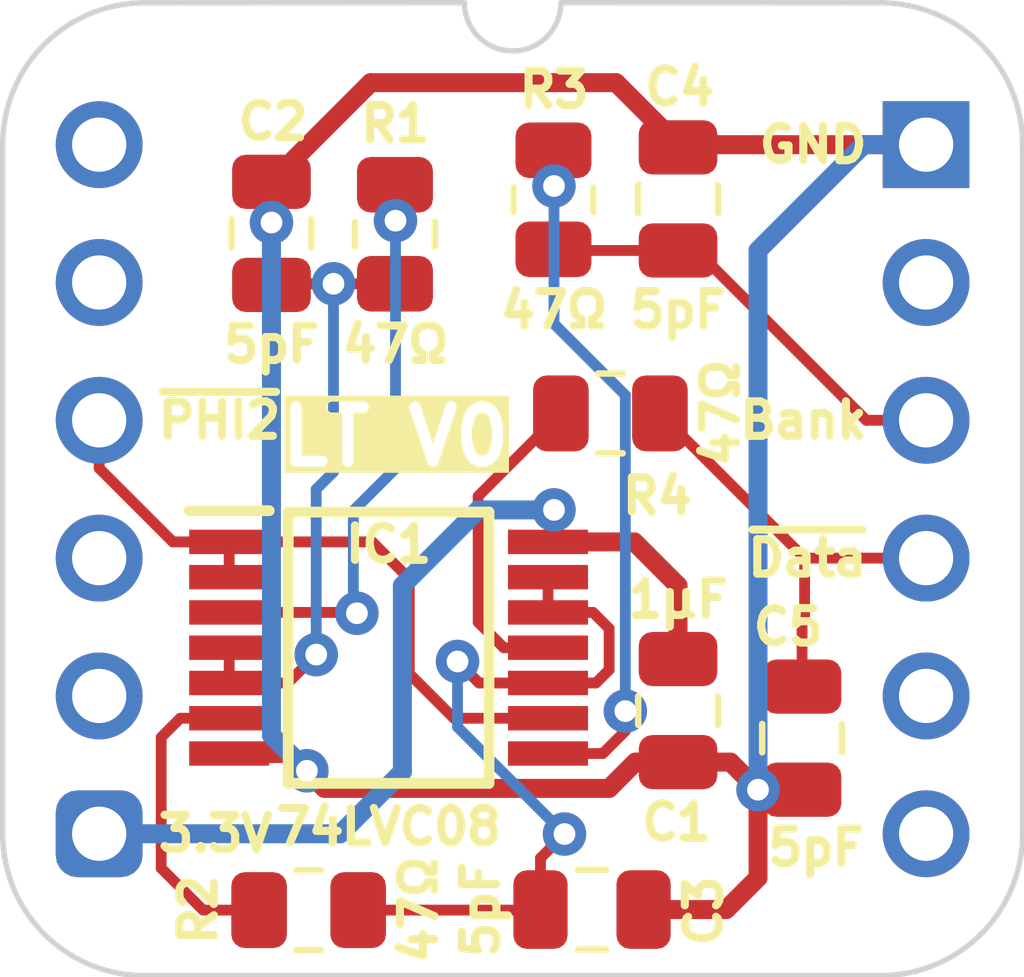
<source format=kicad_pcb>
(kicad_pcb (version 20241229) (generator "pcbnew") (generator_version "9.0")
  (title_block (title "MPU Timer") (date "2024-02-22") (rev "V1"))
  (layers (0 "F.Cu" signal) (2 "B.Cu" signal) (13 "F.Paste" user) (15 "B.Paste" user) (5 "F.SilkS" user "F.Silkscreen") (7 "B.SilkS" user "B.Silkscreen") (1 "F.Mask" user) (3 "B.Mask" user) (25 "Edge.Cuts" user))
  (net 0 "")
  (net 1 "GND")
  (net 2 "3.3V")
  (net 3 "/~{PHI2}_{2}")
  (net 4 "/~{PHI2}_{3}")
  (net 5 "Bank Latch")
  (net 6 "~{Data Output}")
  (net 7 "Net-(IC1-3Y)")
  (net 8 "~{PHI2}")
  (net 9 "Net-(IC1-4Y)")
  (net 10 "Net-(IC1-2Y)")
  (net 11 "Net-(IC1-1Y)")
  (footprint "SamacSys_Parts:R_0805" (layer "F.Cu") (at 9.4215 4.943 90)
    (property "Reference" "R4" (at -1.534 0.8655 180) (layer "F.SilkS") (effects (font (size 0.635 0.635))))
    (property "Value" "47Ω" (at 0 2.032 90) (layer "F.SilkS") (effects (font (size 0.635 0.635))))
    (fp_line (start 0.725 0.227064) (end 0.725 -0.227064) (stroke (width 0.12)) (layer "F.SilkS"))
    (fp_line (start -0.745 0.227064) (end -0.745 -0.227064) (stroke (width 0.12)) (layer "F.SilkS"))
    (pad "1" smd roundrect (at -0.01 0.9125 180) (size 1.025 1.4) (layers "F.Cu" "F.Mask" "F.Paste") (roundrect_rratio 0.243902) (net 6 "~{Data Output}"))
    (pad "2" smd roundrect (at -0.01 -0.9125 180) (size 1.025 1.4) (layers "F.Cu" "F.Mask" "F.Paste") (roundrect_rratio 0.243902) (net 9 "Net-(IC1-4Y)"))
  )
  (footprint "SamacSys_Parts:C_0805" (layer "F.Cu") (at 3.175 1.651)
    (property "Reference" "C2" (at 0.026999 -2.075 0) (layer "F.SilkS") (effects (font (size 0.635 0.635))))
    (property "Value" "5pF" (at 0 2.032 0) (layer "F.SilkS") (effects (font (size 0.635 0.635))))
    (fp_line (start -0.735 0.245252) (end -0.735 -0.277252) (stroke (width 0.12)) (layer "F.SilkS"))
    (fp_line (start 0.735 0.245252) (end 0.735 -0.277252) (stroke (width 0.12)) (layer "F.SilkS"))
    (pad "1" smd roundrect (at 0 0.934 90) (size 1 1.45) (layers "F.Cu" "F.Mask" "F.Paste") (net 3 "/~{PHI2}_{2}"))
    (pad "2" smd roundrect (at 0 -0.966 90) (size 1 1.45) (layers "F.Cu" "F.Mask" "F.Paste") (net 1 "GND"))
  )
  (footprint "SamacSys_Parts:C_0805" (layer "F.Cu") (at 12.954 10.922 180)
    (property "Reference" "C5" (at 0.254 2.032 0) (layer "F.SilkS") (effects (font (size 0.635 0.635))))
    (property "Value" "5pF" (at -0.254 -2.032 0) (layer "F.SilkS") (effects (font (size 0.635 0.635))))
    (fp_line (start 0.735 0.245252) (end 0.735 -0.277252) (stroke (width 0.12)) (layer "F.SilkS"))
    (fp_line (start -0.735 0.245252) (end -0.735 -0.277252) (stroke (width 0.12)) (layer "F.SilkS"))
    (pad "1" smd roundrect (at 0 0.934 270) (size 1 1.45) (layers "F.Cu" "F.Mask" "F.Paste") (net 6 "~{Data Output}"))
    (pad "2" smd roundrect (at 0 -0.966 270) (size 1 1.45) (layers "F.Cu" "F.Mask" "F.Paste") (net 1 "GND"))
  )
  (footprint "SamacSys_Parts:R_0805" (layer "F.Cu") (at 3.86 14.097 90)
    (property "Reference" "R2" (at 0 -2.032 90) (layer "F.SilkS") (effects (font (size 0.635 0.635))))
    (property "Value" "47Ω" (at 0 2.032 90) (layer "F.SilkS") (effects (font (size 0.635 0.635))))
    (fp_line (start 0.725 0.227064) (end 0.725 -0.227064) (stroke (width 0.12)) (layer "F.SilkS"))
    (fp_line (start -0.745 0.227064) (end -0.745 -0.227064) (stroke (width 0.12)) (layer "F.SilkS"))
    (pad "1" smd roundrect (at -0.01 0.9125 180) (size 1.025 1.4) (layers "F.Cu" "F.Mask" "F.Paste") (roundrect_rratio 0.243902) (net 4 "/~{PHI2}_{3}"))
    (pad "2" smd roundrect (at -0.01 -0.9125 180) (size 1.025 1.4) (layers "F.Cu" "F.Mask" "F.Paste") (roundrect_rratio 0.243902) (net 10 "Net-(IC1-2Y)"))
  )
  (footprint "SamacSys_Parts:SOP65P640X110-14N" (layer "F.Cu") (at 5.334 9.271)
    (property "Reference" "IC1" (at 0 -1.905 0) (layer "F.SilkS") (effects (font (size 0.635 0.635))))
    (property "Value" "74LVC08APW,112" (hide yes))
    (fp_line (start -3.675 -2.525) (end -2.2 -2.525) (stroke (width 0.2)) (layer "F.SilkS"))
    (fp_line (start -1.85 -2.5) (end 1.85 -2.5) (stroke (width 0.2)) (layer "F.SilkS"))
    (fp_line (start -1.85 2.5) (end -1.85 -2.5) (stroke (width 0.2)) (layer "F.SilkS"))
    (fp_line (start 1.85 -2.5) (end 1.85 2.5) (stroke (width 0.2)) (layer "F.SilkS"))
    (fp_line (start 1.85 2.5) (end -1.85 2.5) (stroke (width 0.2)) (layer "F.SilkS"))
    (fp_text user "${Silkscreen}" (at 0 3.302 0) (layer "F.SilkS") (effects (font (size 0.635 0.635))))
    (pad "1" smd rect (at -2.938 -1.95 90) (size 0.45 1.475) (layers "F.Cu" "F.Mask" "F.Paste") (net 8 "~{PHI2}"))
    (pad "2" smd rect (at -2.938 -1.3 90) (size 0.45 1.475) (layers "F.Cu" "F.Mask" "F.Paste") (net 8 "~{PHI2}"))
    (pad "3" smd rect (at -2.938 -0.65 90) (size 0.45 1.475) (layers "F.Cu" "F.Mask" "F.Paste") (net 11 "Net-(IC1-1Y)"))
    (pad "4" smd rect (at -2.938 0 90) (size 0.45 1.475) (layers "F.Cu" "F.Mask" "F.Paste") (net 3 "/~{PHI2}_{2}"))
    (pad "5" smd rect (at -2.938 0.65 90) (size 0.45 1.475) (layers "F.Cu" "F.Mask" "F.Paste") (net 3 "/~{PHI2}_{2}"))
    (pad "6" smd rect (at -2.938 1.3 90) (size 0.45 1.475) (layers "F.Cu" "F.Mask" "F.Paste") (net 10 "Net-(IC1-2Y)"))
    (pad "7" smd rect (at -2.938 1.95 90) (size 0.45 1.475) (layers "F.Cu" "F.Mask" "F.Paste") (net 1 "GND"))
    (pad "8" smd rect (at 2.938 1.95 90) (size 0.45 1.475) (layers "F.Cu" "F.Mask" "F.Paste") (net 7 "Net-(IC1-3Y)"))
    (pad "9" smd rect (at 2.938 1.3 90) (size 0.45 1.475) (layers "F.Cu" "F.Mask" "F.Paste") (net 8 "~{PHI2}"))
    (pad "10" smd rect (at 2.938 0.65 90) (size 0.45 1.475) (layers "F.Cu" "F.Mask" "F.Paste") (net 4 "/~{PHI2}_{3}"))
    (pad "11" smd rect (at 2.938 0 90) (size 0.45 1.475) (layers "F.Cu" "F.Mask" "F.Paste") (net 9 "Net-(IC1-4Y)"))
    (pad "12" smd rect (at 2.938 -0.65 90) (size 0.45 1.475) (layers "F.Cu" "F.Mask" "F.Paste") (net 4 "/~{PHI2}_{3}"))
    (pad "13" smd rect (at 2.938 -1.3 90) (size 0.45 1.475) (layers "F.Cu" "F.Mask" "F.Paste") (net 4 "/~{PHI2}_{3}"))
    (pad "14" smd rect (at 2.938 -1.95 90) (size 0.45 1.475) (layers "F.Cu" "F.Mask" "F.Paste") (net 2 "3.3V"))
  )
  (footprint "SamacSys_Parts:C_0805" (layer "F.Cu") (at 10.668 10.414 180)
    (property "Reference" "C1" (at 0.026999 -2.075 0) (layer "F.SilkS") (effects (font (size 0.635 0.635))))
    (property "Value" "1μF" (at 0 2.032 0) (layer "F.SilkS") (effects (font (size 0.635 0.635))))
    (fp_line (start 0.735 0.245252) (end 0.735 -0.277252) (stroke (width 0.12)) (layer "F.SilkS"))
    (fp_line (start -0.735 0.245252) (end -0.735 -0.277252) (stroke (width 0.12)) (layer "F.SilkS"))
    (pad "1" smd roundrect (at 0 0.934 270) (size 1 1.45) (layers "F.Cu" "F.Mask" "F.Paste") (net 2 "3.3V"))
    (pad "2" smd roundrect (at 0 -0.966 270) (size 1 1.45) (layers "F.Cu" "F.Mask" "F.Paste") (net 1 "GND"))
  )
  (footprint "SamacSys_Parts:R_0805" (layer "F.Cu") (at 8.382 1.016)
    (property "Reference" "R3" (at 0 -2.032 180) (layer "F.SilkS") (effects (font (size 0.635 0.635))))
    (property "Value" "47Ω" (at 0 2.032 0) (layer "F.SilkS") (effects (font (size 0.635 0.635))))
    (fp_line (start -0.745 0.227064) (end -0.745 -0.227064) (stroke (width 0.12)) (layer "F.SilkS"))
    (fp_line (start 0.725 0.227064) (end 0.725 -0.227064) (stroke (width 0.12)) (layer "F.SilkS"))
    (pad "1" smd roundrect (at -0.01 0.9125 90) (size 1.025 1.4) (layers "F.Cu" "F.Mask" "F.Paste") (roundrect_rratio 0.243902) (net 5 "Bank Latch"))
    (pad "2" smd roundrect (at -0.01 -0.9125 90) (size 1.025 1.4) (layers "F.Cu" "F.Mask" "F.Paste") (roundrect_rratio 0.243902) (net 7 "Net-(IC1-3Y)"))
  )
  (footprint "SamacSys_Parts:C_0805" (layer "F.Cu") (at 10.668 1.016)
    (property "Reference" "C4" (at 0.027 -2.075 180) (layer "F.SilkS") (effects (font (size 0.635 0.635))))
    (property "Value" "5pF" (at 0 2.032 0) (layer "F.SilkS") (effects (font (size 0.635 0.635))))
    (fp_line (start -0.735 0.245252) (end -0.735 -0.277252) (stroke (width 0.12)) (layer "F.SilkS"))
    (fp_line (start 0.735 0.245252) (end 0.735 -0.277252) (stroke (width 0.12)) (layer "F.SilkS"))
    (pad "1" smd roundrect (at 0 0.934 90) (size 1 1.45) (layers "F.Cu" "F.Mask" "F.Paste") (net 5 "Bank Latch"))
    (pad "2" smd roundrect (at 0 -0.966 90) (size 1 1.45) (layers "F.Cu" "F.Mask" "F.Paste") (net 1 "GND"))
  )
  (footprint "SamacSys_Parts:C_0805" (layer "F.Cu") (at 9.067 14.097 -90)
    (property "Reference" "C3" (at 0.026999 -2.075 90) (layer "F.SilkS") (effects (font (size 0.635 0.635))))
    (property "Value" "5pF" (at 0 2.032 90) (layer "F.SilkS") (effects (font (size 0.635 0.635))))
    (fp_line (start -0.735 0.245252) (end -0.735 -0.277252) (stroke (width 0.12)) (layer "F.SilkS"))
    (fp_line (start 0.735 0.245252) (end 0.735 -0.277252) (stroke (width 0.12)) (layer "F.SilkS"))
    (pad "1" smd roundrect (at 0 0.934) (size 1 1.45) (layers "F.Cu" "F.Mask" "F.Paste") (net 4 "/~{PHI2}_{3}"))
    (pad "2" smd roundrect (at 0 -0.966) (size 1 1.45) (layers "F.Cu" "F.Mask" "F.Paste") (net 1 "GND"))
  )
  (footprint "SamacSys_Parts:R_0805" (layer "F.Cu") (at 5.461 1.651)
    (property "Reference" "R1" (at 0 -2.032 0) (layer "F.SilkS") (effects (font (size 0.635 0.635))))
    (property "Value" "47Ω" (at 0 2.032 0) (layer "F.SilkS") (effects (font (size 0.635 0.635))))
    (fp_line (start -0.745 0.227064) (end -0.745 -0.227064) (stroke (width 0.12)) (layer "F.SilkS"))
    (fp_line (start 0.725 0.227064) (end 0.725 -0.227064) (stroke (width 0.12)) (layer "F.SilkS"))
    (pad "1" smd roundrect (at -0.01 0.9125 90) (size 1.025 1.4) (layers "F.Cu" "F.Mask" "F.Paste") (roundrect_rratio 0.243902) (net 3 "/~{PHI2}_{2}"))
    (pad "2" smd roundrect (at -0.01 -0.9125 90) (size 1.025 1.4) (layers "F.Cu" "F.Mask" "F.Paste") (roundrect_rratio 0.243902) (net 11 "Net-(IC1-1Y)"))
  )
  (footprint "SamacSys_Parts:DIP-12_Board_W15.24mm_Alt" (layer "F.Cu") (at 0 0)
    (property "Reference" "J2" (hide yes))
    (property "Value" "Board 2x06 W15.24mm" (hide yes))
    (fp_line (start -1.778 12.7) (end -1.778 0) (stroke (width 0.1)) (layer "Edge.Cuts"))
    (fp_line (start 6.731 -2.6162) (end 0.835732 -2.613732) (stroke (width 0.1)) (layer "Edge.Cuts"))
    (fp_line (start 14.404267 -2.613733) (end 8.509 -2.6162) (stroke (width 0.1)) (layer "Edge.Cuts"))
    (fp_line (start 14.404268 15.313732) (end 0.835733 15.313733) (stroke (width 0.1)) (layer "Edge.Cuts"))
    (fp_line (start 17.018 12.7) (end 17.017999 -0.000001) (stroke (width 0.1)) (layer "Edge.Cuts"))
    (fp_arc (start -1.778 0) (mid -1.012456 -1.848188) (end 0.835732 -2.613732) (stroke (width 0.1)) (layer "Edge.Cuts"))
    (fp_arc (start 0.835733 15.313733) (mid -1.012457 14.548189) (end -1.778 12.7) (stroke (width 0.1)) (layer "Edge.Cuts"))
    (fp_arc (start 8.509 -2.6162) (mid 7.62 -1.7272) (end 6.731 -2.6162) (stroke (width 0.1)) (layer "Edge.Cuts"))
    (fp_arc (start 14.404267 -2.613733) (mid 16.252455 -1.848189) (end 17.017999 -0.000001) (stroke (width 0.1)) (layer "Edge.Cuts"))
    (fp_arc (start 17.018 12.7) (mid 16.252456 14.548187) (end 14.404268 15.313732) (stroke (width 0.1)) (layer "Edge.Cuts"))
    (pad "1" thru_hole oval (at 0 0 180) (size 1.6 1.6) (drill 1) (layers "*.Cu" "*.Mask"))
    (pad "2" thru_hole oval (at 0 2.54) (size 1.6 1.6) (drill 1) (layers "*.Cu" "*.Mask"))
    (pad "3" thru_hole oval (at 0 5.08) (size 1.6 1.6) (drill 1) (layers "*.Cu" "*.Mask") (net 8 "~{PHI2}"))
    (pad "4" thru_hole oval (at 0 7.62 180) (size 1.6 1.6) (drill 1) (layers "*.Cu" "*.Mask"))
    (pad "5" thru_hole oval (at 0 10.16) (size 1.6 1.6) (drill 1) (layers "*.Cu" "*.Mask"))
    (pad "6" thru_hole roundrect (at 0 12.7) (size 1.6 1.6) (drill 1) (layers "*.Cu" "*.Mask") (net 2 "3.3V"))
    (pad "7" thru_hole oval (at 15.24 12.7 180) (size 1.6 1.6) (drill 1) (layers "*.Cu" "*.Mask"))
    (pad "8" thru_hole oval (at 15.24 10.16 180) (size 1.6 1.6) (drill 1) (layers "*.Cu" "*.Mask"))
    (pad "9" thru_hole oval (at 15.24 7.62 180) (size 1.6 1.6) (drill 1) (layers "*.Cu" "*.Mask") (net 6 "~{Data Output}"))
    (pad "10" thru_hole oval (at 15.24 5.08) (size 1.6 1.6) (drill 1) (layers "*.Cu" "*.Mask") (net 5 "Bank Latch"))
    (pad "11" thru_hole oval (at 15.24 2.54) (size 1.6 1.6) (drill 1) (layers "*.Cu" "*.Mask"))
    (pad "12" thru_hole rect (at 15.24 0) (size 1.6 1.6) (drill 1) (layers "*.Cu" "*.Mask") (net 1 "GND"))
  )
  (gr_text "3.3V" (at 1.016 12.7 0) (layer "F.SilkS") (effects (font (size 0.635 0.635)) (justify left)))
  (gr_text "GND" (at 14.224 0 0) (layer "F.SilkS") (effects (font (size 0.635 0.635)) (justify right)))
  (gr_text "~{PHI2}" (at 1.016 5.08 0) (layer "F.SilkS") (effects (font (size 0.635 0.635)) (justify left)))
  (gr_text "Bank" (at 14.224 5.08 0) (layer "F.SilkS") (effects (font (size 0.635 0.635)) (justify right)))
  (gr_text "LT V0" (at 5.461 5.969 0) (layer "F.SilkS" knockout) (effects (font (size 1 1) (thickness 0.2) (bold yes)) (justify bottom)))
  (gr_text "~{Data}" (at 14.224 7.62 0) (layer "F.SilkS") (effects (font (size 0.635 0.635)) (justify right)))
  (segment (start 9.398 11.8641) (end 4.1533 11.8641) (width 0.35) (layer "F.Cu") (net 1))
  (segment (start 4.1533 11.8641) (end 3.8281 11.5389) (width 0.35) (layer "F.Cu") (net 1))
  (segment (start 5.003 -1.143) (end 9.525 -1.143) (width 0.35) (layer "F.Cu") (net 1))
  (segment (start 12.142001 13.511999) (end 11.557 14.097) (width 0.35) (layer "F.Cu") (net 1))
  (segment (start 9.8821 11.38) (end 9.398 11.8641) (width 0.35) (layer "F.Cu") (net 1))
  (segment (start 10.668 11.38) (end 9.8821 11.38) (width 0.35) (layer "F.Cu") (net 1))
  (segment (start 12.142 11.888) (end 12.954 11.888) (width 0.35) (layer "F.Cu") (net 1))
  (segment (start 3.5102 11.221) (end 2.396 11.221) (width 0.35) (layer "F.Cu") (net 1))
  (segment (start 3.175 0.685) (end 5.003 -1.143) (width 0.35) (layer "F.Cu") (net 1))
  (segment (start 12.142001 11.888001) (end 12.142001 13.511999) (width 0.35) (layer "F.Cu") (net 1))
  (segment (start 11.557 14.097) (end 10.033 14.097) (width 0.35) (layer "F.Cu") (net 1))
  (segment (start 11.634 11.38) (end 12.142 11.888) (width 0.35) (layer "F.Cu") (net 1))
  (segment (start 10.668 0) (end 14.79 0) (width 0.35) (layer "F.Cu") (net 1))
  (segment (start 3.8281 11.5389) (end 3.5102 11.221) (width 0.35) (layer "F.Cu") (net 1))
  (segment (start 3.175 0.685) (end 3.175 1.435) (width 0.35) (layer "F.Cu") (net 1))
  (segment (start 10.668 11.38) (end 11.634 11.38) (width 0.35) (layer "F.Cu") (net 1))
  (segment (start 9.525 -1.143) (end 10.668 0) (width 0.35) (layer "F.Cu") (net 1))
  (via (at 3.175 1.435) (size 0.8) (drill 0.4) (layers "F.Cu" "B.Cu") (net 1))
  (via (at 12.142001 11.888001) (size 0.8) (drill 0.4) (layers "F.Cu" "B.Cu") (net 1))
  (via (at 3.8281 11.5389) (size 0.8) (drill 0.4) (layers "F.Cu" "B.Cu") (net 1))
  (segment (start 3.175 10.8858) (end 3.175 1.435) (width 0.35) (layer "B.Cu") (net 1))
  (segment (start 14.09 0) (end 12.142001 1.947999) (width 0.35) (layer "B.Cu") (net 1))
  (segment (start 12.142001 1.947999) (end 12.142001 11.888001) (width 0.35) (layer "B.Cu") (net 1))
  (segment (start 3.8281 11.5389) (end 3.175 10.8858) (width 0.35) (layer "B.Cu") (net 1))
  (segment (start 15.24 0) (end 14.09 0) (width 0.35) (layer "B.Cu") (net 1))
  (segment (start 8.3823 6.731) (end 8.3823 7.321) (width 0.35) (layer "F.Cu") (net 2))
  (segment (start 9.861 7.321) (end 10.668 8.128) (width 0.35) (layer "F.Cu") (net 2))
  (segment (start 10.668 8.128) (end 10.668 9.48) (width 0.35) (layer "F.Cu") (net 2))
  (segment (start 8.3823 7.321) (end 9.861 7.321) (width 0.35) (layer "F.Cu") (net 2))
  (via (at 8.3823 6.731) (size 0.8) (drill 0.4) (layers "F.Cu" "B.Cu") (net 2))
  (segment (start 4.445 12.7) (end 5.588 11.557) (width 0.35) (layer "B.Cu") (net 2))
  (segment (start 6.985 6.731) (end 8.3823 6.731) (width 0.35) (layer "B.Cu") (net 2))
  (segment (start 5.588 11.557) (end 5.588 8.128) (width 0.35) (layer "B.Cu") (net 2))
  (segment (start 0 12.7) (end 4.445 12.7) (width 0.35) (layer "B.Cu") (net 2))
  (segment (start 5.588 8.128) (end 6.985 6.731) (width 0.35) (layer "B.Cu") (net 2))
  (segment (start 2.396 9.921) (end 3.477 9.921) (width 0.2) (layer "F.Cu") (net 3))
  (segment (start 2.396 9.271) (end 2.396 9.921) (width 0.2) (layer "F.Cu") (net 3))
  (segment (start 3.477 9.921) (end 4 9.398) (width 0.2) (layer "F.Cu") (net 3))
  (segment (start 4.318 2.5635) (end 3.1965 2.5635) (width 0.2) (layer "F.Cu") (net 3))
  (segment (start 5.451 2.5635) (end 4.318 2.5635) (width 0.2) (layer "F.Cu") (net 3))
  (via (at 4.318 2.5635) (size 0.8) (drill 0.4) (layers "F.Cu" "B.Cu") (net 3))
  (via (at 4 9.398) (size 0.8) (drill 0.4) (layers "F.Cu" "B.Cu") (net 3))
  (segment (start 4.318 2.5635) (end 4.318 6.032) (width 0.2) (layer "B.Cu") (net 3))
  (segment (start 4 6.35) (end 4 9.398) (width 0.2) (layer "B.Cu") (net 3))
  (segment (start 4.318 6.032) (end 4 6.35) (width 0.2) (layer "B.Cu") (net 3))
  (segment (start 7 9.921) (end 6.604 9.525) (width 0.2) (layer "F.Cu") (net 4))
  (segment (start 9.398 8.9167) (end 9.1023 8.621) (width 0.2) (layer "F.Cu") (net 4))
  (segment (start 8.133 14.097) (end 8.133 13.1478) (width 0.2) (layer "F.Cu") (net 4))
  (segment (start 9.398 9.6781) (end 9.398 8.9167) (width 0.2) (layer "F.Cu") (net 4))
  (segment (start 4.7725 14.107) (end 8.123 14.107) (width 0.2) (layer "F.Cu") (net 4))
  (segment (start 9.1551 9.921) (end 9.398 9.6781) (width 0.2) (layer "F.Cu") (net 4))
  (segment (start 8.272 9.921) (end 9.1551 9.921) (width 0.2) (layer "F.Cu") (net 4))
  (segment (start 9.1023 8.621) (end 8.272 8.621) (width 0.2) (layer "F.Cu") (net 4))
  (segment (start 8.272 8.621) (end 8.272 7.971) (width 0.2) (layer "F.Cu") (net 4))
  (segment (start 8.133 13.1478) (end 8.5758 12.705) (width 0.2) (layer "F.Cu") (net 4))
  (segment (start 8.272 9.921) (end 7 9.921) (width 0.2) (layer "F.Cu") (net 4))
  (via (at 8.5758 12.705) (size 0.8) (drill 0.4) (layers "F.Cu" "B.Cu") (net 4))
  (via (at 6.604 9.525) (size 0.8) (drill 0.4) (layers "F.Cu" "B.Cu") (net 4))
  (segment (start 6.604 10.7332) (end 6.604 9.525) (width 0.2) (layer "B.Cu") (net 4))
  (segment (start 8.5758 12.705) (end 6.604 10.7332) (width 0.2) (layer "B.Cu") (net 4))
  (segment (start 15.24 5.08) (end 14.1383 5.08) (width 0.2) (layer "F.Cu") (net 5))
  (segment (start 10.668 1.95) (end 8.3935 1.95) (width 0.2) (layer "F.Cu") (net 5))
  (segment (start 14.1383 5.08) (end 11.0083 1.95) (width 0.2) (layer "F.Cu") (net 5))
  (segment (start 13.001 7.62) (end 13.001 8.763) (width 0.2) (layer "F.Cu") (net 6))
  (segment (start 12.954 9.988) (end 12.954 8.81) (width 0.2) (layer "F.Cu") (net 6))
  (segment (start 10.334 4.953) (end 13.001 7.62) (width 0.2) (layer "F.Cu") (net 6))
  (segment (start 12.954 8.81) (end 13.001 8.763) (width 0.2) (layer "F.Cu") (net 6))
  (segment (start 13.001 7.62) (end 15.24 7.62) (width 0.2) (layer "F.Cu") (net 6))
  (segment (start 8.372 0.1035) (end 8.372 0.752) (width 0.2) (layer "F.Cu") (net 7))
  (segment (start 9.697108 10.805142) (end 9.697108 10.439654) (width 0.2) (layer "F.Cu") (net 7))
  (segment (start 8.372 0.752) (end 8.382 0.762) (width 0.2) (layer "F.Cu") (net 7))
  (segment (start 9.28125 11.221) (end 9.697108 10.805142) (width 0.2) (layer "F.Cu") (net 7))
  (segment (start 8.272 11.221) (end 9.28125 11.221) (width 0.2) (layer "F.Cu") (net 7))
  (via (at 9.697108 10.439654) (size 0.8) (drill 0.4) (layers "F.Cu" "B.Cu") (net 7))
  (via (at 8.382 0.762) (size 0.8) (drill 0.4) (layers "F.Cu" "B.Cu") (net 7))
  (segment (start 8.382 3.302) (end 9.697108 4.617108) (width 0.2) (layer "B.Cu") (net 7))
  (segment (start 8.382 0.762) (end 8.382 3.302) (width 0.2) (layer "B.Cu") (net 7))
  (segment (start 9.697108 4.617108) (end 9.697108 10.439654) (width 0.2) (layer "B.Cu") (net 7))
  (segment (start 2.396 7.321) (end 5.035 7.321) (width 0.2) (layer "F.Cu") (net 8))
  (segment (start 1.61 7.321) (end 1.3568 7.321) (width 0.2) (layer "F.Cu") (net 8))
  (segment (start 5.715 9.749239) (end 6.536761 10.571) (width 0.2) (layer "F.Cu") (net 8))
  (segment (start 2.396 7.321) (end 2.396 7.971) (width 0.2) (layer "F.Cu") (net 8))
  (segment (start 5.035 7.321) (end 5.715 8.001) (width 0.2) (layer "F.Cu") (net 8))
  (segment (start 1.8764 7.321) (end 1.61 7.321) (width 0.2) (layer "F.Cu") (net 8))
  (segment (start 5.715 8.001) (end 5.715 9.749239) (width 0.2) (layer "F.Cu") (net 8))
  (segment (start 0 5.08) (end 0 5.9642) (width 0.2) (layer "F.Cu") (net 8))
  (segment (start 0 5.9642) (end 1.3568 7.321) (width 0.2) (layer "F.Cu") (net 8))
  (segment (start 6.536761 10.571) (end 8.272 10.571) (width 0.2) (layer "F.Cu") (net 8))
  (segment (start 7.455323 9.271) (end 8.272 9.271) (width 0.2) (layer "F.Cu") (net 9))
  (segment (start 6.985 8.800677) (end 7.455323 9.271) (width 0.2) (layer "F.Cu") (net 9))
  (segment (start 6.985 6.477) (end 6.985 8.800677) (width 0.2) (layer "F.Cu") (net 9))
  (segment (start 8.509 4.953) (end 6.985 6.477) (width 0.2) (layer "F.Cu") (net 9))
  (segment (start 1.143 10.922) (end 1.143 13.335) (width 0.2) (layer "F.Cu") (net 10))
  (segment (start 1.143 13.335) (end 1.915 14.107) (width 0.2) (layer "F.Cu") (net 10))
  (segment (start 2.396 10.571) (end 1.494 10.571) (width 0.2) (layer "F.Cu") (net 10))
  (segment (start 1.915 14.107) (end 2.9475 14.107) (width 0.2) (layer "F.Cu") (net 10))
  (segment (start 1.494 10.571) (end 1.143 10.922) (width 0.2) (layer "F.Cu") (net 10))
  (segment (start 2.396 8.621) (end 4.735 8.621) (width 0.2) (layer "F.Cu") (net 11))
  (segment (start 4.735 8.621) (end 4.75 8.636) (width 0.2) (layer "F.Cu") (net 11))
  (segment (start 5.451 0.7385) (end 5.451 1.391) (width 0.2) (layer "F.Cu") (net 11))
  (segment (start 5.451 1.391) (end 5.461 1.400998) (width 0.2) (layer "F.Cu") (net 11))
  (via (at 4.75 8.636) (size 0.8) (drill 0.4) (layers "F.Cu" "B.Cu") (net 11))
  (via (at 5.461 1.400998) (size 0.8) (drill 0.4) (layers "F.Cu" "B.Cu") (net 11))
  (segment (start 5.461 5.969) (end 4.6841 6.7459) (width 0.2) (layer "B.Cu") (net 11))
  (segment (start 4.6841 6.7459) (end 4.6841 8.5701) (width 0.2) (layer "B.Cu") (net 11))
  (segment (start 5.461 1.400998) (end 5.461 5.969) (width 0.2) (layer "B.Cu") (net 11))
  (segment (start 4.6841 8.5701) (end 4.75 8.636) (width 0.2) (layer "B.Cu") (net 11))
)
</source>
